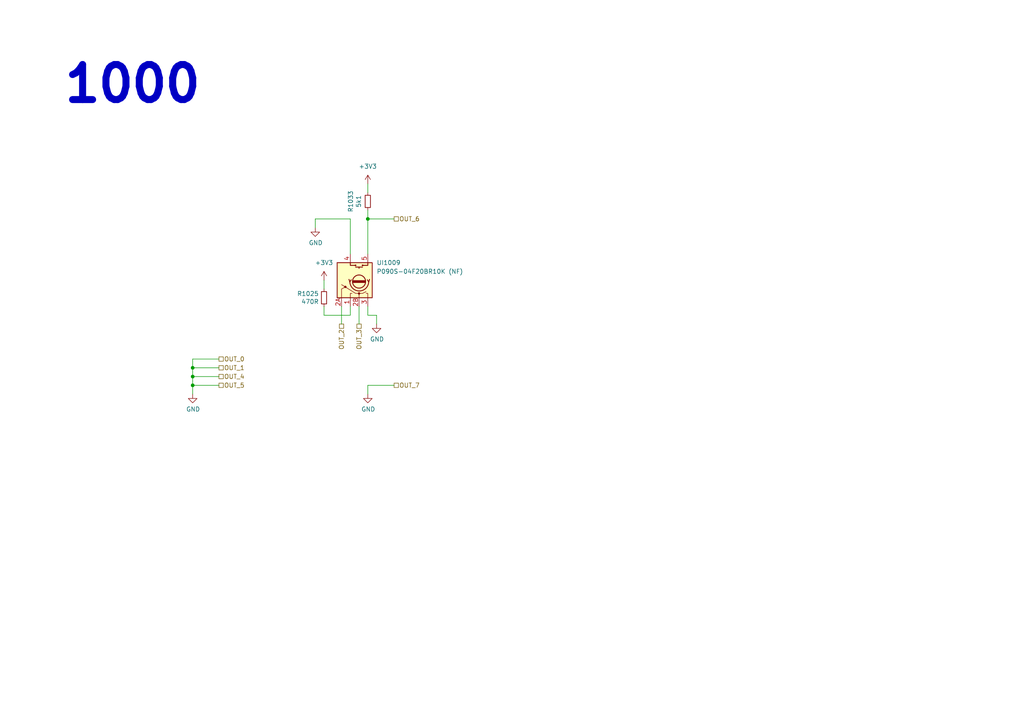
<source format=kicad_sch>
(kicad_sch (version 20230121) (generator eeschema)
  (paper "A4")
  (lib_symbols
    (symbol "power:+3V3" (power) (pin_names (offset 0))
      (property "Value" "+3V3" (at 0 3.556 0))
      (symbol "+3V3_0_1"
        (polyline (pts (xy -0.762 1.27) (xy 0 2.54)))
        (polyline (pts (xy 0 0) (xy 0 2.54)))
        (polyline (pts (xy 0 2.54) (xy 0.762 1.27)))
      )
      (symbol "+3V3_1_1"
        (pin power_in line (at 0 0 90) (length 0) hide (name "+3V3") (number "1"))
      )
    )
    (symbol "power:GND" (power) (pin_names (offset 0))
      (property "Value" "GND" (at 0 -3.81 0))
      (symbol "GND_0_1"
        (polyline (pts (xy 0 0) (xy 0 -1.27) (xy 1.27 -1.27) (xy 0 -2.54) (xy -1.27 -1.27) (xy 0 -1.27)))
      )
      (symbol "GND_1_1"
        (pin power_in line (at 0 0 270) (length 0) hide (name "GND") (number "1"))
      )
    )
    (symbol "suku_basics:RES" (pin_numbers hide) (pin_names (offset 0.254) hide)
      (property "Reference" "R" (at 0.762 0.508 0))
      (symbol "RES_1_1"
        (rectangle (start -0.762 1.778) (end 0.762 -1.778) (stroke (width 0.2032)))
        (pin passive line (at 0 2.54 270) (length 0.762) (name "~") (number "1"))
        (pin passive line (at 0 -2.54 90) (length 0.762) (name "~") (number "2"))
      )
    )
    (symbol "suku_basics:UI_Endless_Potentiometer_Switch" (pin_names (offset 0.254) hide)
      (property "Reference" "UI" (at -3.81 7.62 0))
      (property "Value" "UI_Endless_Potentiometer_Switch" (at 0 -7.62 0))
      (symbol "UI_Endless_Potentiometer_Switch_0_1"
        (rectangle (start -5.08 6.35) (end 5.08 -3.81) (stroke (width 0.254)) (fill (type background)))
        (circle (center -3.81 0) (radius 0.254) (fill (type outline)))
        (circle (center -1.9304 3.9624) (radius 0.254) (fill (type outline)))
        (circle (center -0.381 0) (radius 1.905) (stroke (width 0.254)))
        (arc (start -0.381 2.667) (mid -3.0988 -0.0635) (end -0.381 -2.794) (stroke (width 0.254)))
        (polyline (pts (xy -0.635 -1.778) (xy -0.635 1.778)) (stroke (width 0.254)))
        (polyline (pts (xy -0.381 -1.778) (xy -0.381 1.778)) (stroke (width 0.254)))
        (polyline (pts (xy -0.127 1.778) (xy -0.127 -1.778)) (stroke (width 0.254)))
        (polyline (pts (xy 3.81 0) (xy 3.429 0)) (stroke (width 0.254)))
        (polyline (pts (xy 3.81 1.016) (xy 3.81 -1.016)) (stroke (width 0.254)))
        (polyline (pts (xy -5.08 -2.54) (xy -3.81 -2.54) (xy -3.81 -2.032)))
        (polyline (pts (xy -5.08 2.54) (xy -3.81 2.54) (xy -3.81 2.032)))
        (polyline (pts (xy 0.254 -3.048) (xy -0.508 -2.794) (xy 0.127 -2.413)) (stroke (width 0.254)))
        (polyline (pts (xy 0.254 2.921) (xy -0.508 2.667) (xy 0.127 2.286)) (stroke (width 0.254)))
        (polyline (pts (xy 5.08 -2.54) (xy 4.318 -2.54) (xy 4.318 -1.016)) (stroke (width 0.254)))
        (polyline (pts (xy 5.08 2.54) (xy 4.318 2.54) (xy 4.318 1.016)) (stroke (width 0.254)))
        (polyline (pts (xy -5.08 0) (xy -3.81 0) (xy -3.81 -1.016) (xy -3.302 -2.032)))
        (polyline (pts (xy -5.08 5.08) (xy -4.572 5.08) (xy -2.54 5.08) (xy -1.9304 3.9624)))
        (polyline (pts (xy -4.318 0) (xy -3.81 0) (xy -3.81 1.016) (xy -1.27 5.08)))
        (circle (center 4.318 -1.016) (radius 0.127) (stroke (width 0.254)))
        (circle (center 4.318 1.016) (radius 0.127) (stroke (width 0.254)))
      )
      (symbol "UI_Endless_Potentiometer_Switch_1_1"
        (pin passive line (at -7.62 2.54 0) (length 2.54) (name "1") (number "1"))
        (pin passive line (at -7.62 5.08 0) (length 2.54) (name "2A") (number "2A"))
        (pin passive line (at -7.62 0 0) (length 2.54) (name "2B") (number "2B"))
        (pin passive line (at -7.62 -2.54 0) (length 2.54) (name "3") (number "3"))
        (pin passive line (at 7.62 2.54 180) (length 2.54) (name "4") (number "4"))
        (pin passive line (at 7.62 -2.54 180) (length 2.54) (name "5") (number "5"))
        (pin no_connect line (at 0 -5.08 90) (length 2.54) hide (name "6") (number "6"))
        (pin no_connect line (at 0 7.62 270) (length 2.54) hide (name "7") (number "7"))
      )
    )
  )
  (junction (at 55.88 111.76))
  (junction (at 55.88 106.68))
  (junction (at 106.68 63.5))
  (junction (at 55.88 109.22))
  (wire (pts (xy 93.98 81.28) (xy 93.98 83.82)))
  (wire (pts (xy 106.68 111.76) (xy 114.3 111.76)))
  (wire (pts (xy 99.06 88.9) (xy 99.06 93.98)))
  (wire (pts (xy 91.44 63.5) (xy 101.6 63.5)))
  (wire (pts (xy 55.88 109.22) (xy 55.88 111.76)))
  (wire (pts (xy 63.5 106.68) (xy 55.88 106.68)))
  (wire (pts (xy 106.68 114.3) (xy 106.68 111.76)))
  (wire (pts (xy 55.88 114.3) (xy 55.88 111.76)))
  (wire (pts (xy 93.98 88.9) (xy 93.98 91.44)))
  (wire (pts (xy 104.14 93.98) (xy 104.14 88.9)))
  (wire (pts (xy 63.5 104.14) (xy 55.88 104.14)))
  (wire (pts (xy 101.6 91.44) (xy 101.6 88.9)))
  (wire (pts (xy 106.68 91.44) (xy 106.68 88.9)))
  (wire (pts (xy 93.98 91.44) (xy 101.6 91.44)))
  (wire (pts (xy 55.88 111.76) (xy 63.5 111.76)))
  (wire (pts (xy 55.88 104.14) (xy 55.88 106.68)))
  (wire (pts (xy 106.68 60.96) (xy 106.68 63.5)))
  (wire (pts (xy 91.44 66.04) (xy 91.44 63.5)))
  (wire (pts (xy 106.68 53.34) (xy 106.68 55.88)))
  (wire (pts (xy 101.6 63.5) (xy 101.6 73.66)))
  (wire (pts (xy 114.3 63.5) (xy 106.68 63.5)))
  (wire (pts (xy 109.22 93.98) (xy 109.22 91.44)))
  (wire (pts (xy 106.68 63.5) (xy 106.68 73.66)))
  (wire (pts (xy 55.88 106.68) (xy 55.88 109.22)))
  (wire (pts (xy 109.22 91.44) (xy 106.68 91.44)))
  (wire (pts (xy 63.5 109.22) (xy 55.88 109.22)))
  (text "1000" (at 17.78 30.48 0) (effects (font (size 10.16 10.16) (thickness 2.032) bold) (justify left bottom)))
  (hierarchical_label "OUT_2" (shape passive) (at 99.06 93.98 270))
  (hierarchical_label "OUT_4" (shape passive) (at 63.5 109.22 0))
  (hierarchical_label "OUT_5" (shape passive) (at 63.5 111.76 0))
  (hierarchical_label "OUT_3" (shape passive) (at 104.14 93.98 270))
  (hierarchical_label "OUT_0" (shape passive) (at 63.5 104.14 0))
  (hierarchical_label "OUT_7" (shape passive) (at 114.3 111.76 0))
  (hierarchical_label "OUT_6" (shape passive) (at 114.3 63.5 0))
  (hierarchical_label "OUT_1" (shape passive) (at 63.5 106.68 0))
  (symbol (lib_id "suku_basics:UI_Endless_Potentiometer_Switch") (at 104.14 81.28 90) (unit 1)
    (property "Reference" "UI1009" (at 109.22 76.2 90) (effects (justify right)))
    (property "Value" "P090S-04F20BR10K (NF)" (at 109.22 78.74 90) (effects (justify right)))
    (property "Footprint" "suku_basics:UI_ENDLESSPOTSW_ALPHA" (effects hide))
  )
  (symbol (lib_id "power:GND") (at 109.22 93.98 0) (unit 1)
    (property "Reference" "#PWR01045" (effects hide))
    (property "Value" "GND" (at 109.347 98.3742 0))
  )
  (symbol (lib_id "power:GND") (at 106.68 114.3 0) (unit 1)
    (property "Reference" "#PWR0703" (effects hide))
    (property "Value" "GND" (at 106.807 118.6942 0))
  )
  (symbol (lib_id "suku_basics:RES") (at 93.98 86.36 0) (mirror y) (unit 1)
    (property "Reference" "R1025" (at 92.4814 85.1916 0) (effects (justify left)))
    (property "Value" "470R" (at 92.4814 87.503 0) (effects (justify left)))
    (property "Footprint" "suku_basics:RES_0402" (effects hide))
  )
  (symbol (lib_id "power:+3V3") (at 106.68 53.34 0) (unit 1)
    (property "Reference" "#PWR01057" (effects hide))
    (property "Value" "+3V3" (at 106.68 48.26 0))
    (instances (project "PCBA-TEK1" (path "" (reference "#PWR01057") (unit 1)) (path "" (reference "#PWR0702") (unit 1))))
  )
  (symbol (lib_id "suku_basics:RES") (at 106.68 58.42 0) (unit 1)
    (property "Reference" "R1033" (at 101.7016 58.42 90))
    (property "Value" "5k1" (at 104.013 58.42 90))
    (property "Footprint" "suku_basics:RES_0402" (effects hide))
    (instances (project "PCBA-TEK1" (path "" (reference "R1033") (unit 1)) (path "" (reference "R703") (unit 1))))
  )
  (symbol (lib_id "power:+3V3") (at 93.98 81.28 0) (unit 1)
    (property "Reference" "#PWR01041" (effects hide))
    (property "Value" "+3V3" (at 93.98 76.2 0))
  )
  (symbol (lib_id "power:GND") (at 91.44 66.04 0) (unit 1)
    (property "Reference" "#PWR0958" (effects hide))
    (property "Value" "GND" (at 91.567 70.4342 0))
  )
  (symbol (lib_id "power:GND") (at 55.88 114.3 0) (unit 1)
    (property "Reference" "#PWR0704" (effects hide))
    (property "Value" "GND" (at 56.007 118.6942 0))
  )
)
</source>
